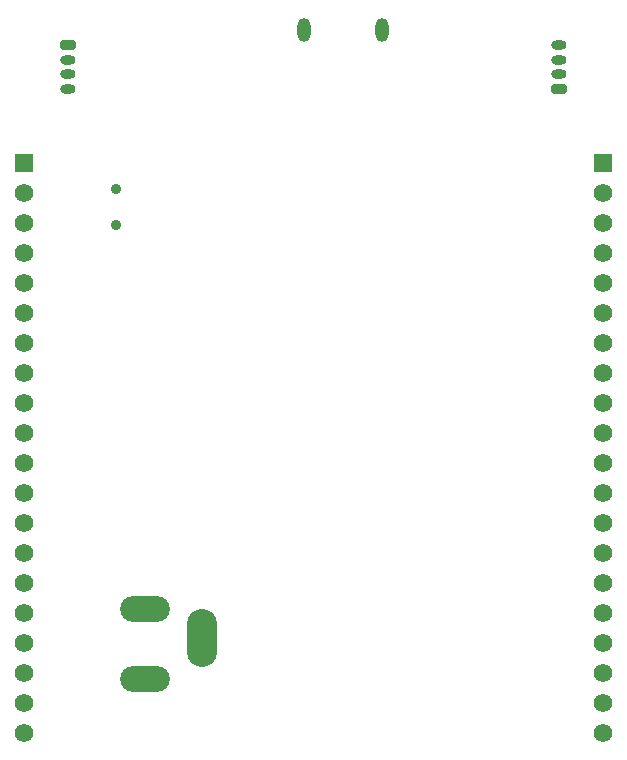
<source format=gbs>
%TF.GenerationSoftware,KiCad,Pcbnew,8.0.5*%
%TF.CreationDate,2024-11-09T23:36:57+01:00*%
%TF.ProjectId,STM32 Development Board,53544d33-3220-4446-9576-656c6f706d65,rev?*%
%TF.SameCoordinates,Original*%
%TF.FileFunction,Soldermask,Bot*%
%TF.FilePolarity,Negative*%
%FSLAX46Y46*%
G04 Gerber Fmt 4.6, Leading zero omitted, Abs format (unit mm)*
G04 Created by KiCad (PCBNEW 8.0.5) date 2024-11-09 23:36:57*
%MOMM*%
%LPD*%
G01*
G04 APERTURE LIST*
G04 Aperture macros list*
%AMRoundRect*
0 Rectangle with rounded corners*
0 $1 Rounding radius*
0 $2 $3 $4 $5 $6 $7 $8 $9 X,Y pos of 4 corners*
0 Add a 4 corners polygon primitive as box body*
4,1,4,$2,$3,$4,$5,$6,$7,$8,$9,$2,$3,0*
0 Add four circle primitives for the rounded corners*
1,1,$1+$1,$2,$3*
1,1,$1+$1,$4,$5*
1,1,$1+$1,$6,$7*
1,1,$1+$1,$8,$9*
0 Add four rect primitives between the rounded corners*
20,1,$1+$1,$2,$3,$4,$5,0*
20,1,$1+$1,$4,$5,$6,$7,0*
20,1,$1+$1,$6,$7,$8,$9,0*
20,1,$1+$1,$8,$9,$2,$3,0*%
G04 Aperture macros list end*
%ADD10O,1.104000X2.004000*%
%ADD11O,1.300000X0.800000*%
%ADD12RoundRect,0.200000X0.450000X-0.200000X0.450000X0.200000X-0.450000X0.200000X-0.450000X-0.200000X0*%
%ADD13O,2.554000X4.904000*%
%ADD14O,4.204000X2.204000*%
%ADD15RoundRect,0.102000X-0.685000X0.685000X-0.685000X-0.685000X0.685000X-0.685000X0.685000X0.685000X0*%
%ADD16C,1.574000*%
%ADD17C,0.900000*%
%ADD18RoundRect,0.200000X-0.450000X0.200000X-0.450000X-0.200000X0.450000X-0.200000X0.450000X0.200000X0*%
G04 APERTURE END LIST*
D10*
%TO.C,J2*%
X60800000Y-68000000D03*
X54200000Y-68000000D03*
%TD*%
D11*
%TO.C,J5*%
X75750000Y-69275000D03*
X75750000Y-70525000D03*
X75750000Y-71775000D03*
D12*
X75750000Y-73025000D03*
%TD*%
D13*
%TO.C,J8*%
X45550000Y-119500000D03*
D14*
X40750000Y-123000000D03*
X40750000Y-117000000D03*
%TD*%
D15*
%TO.C,J7*%
X79500000Y-79240000D03*
D16*
X79500000Y-81780000D03*
X79500000Y-84320000D03*
X79500000Y-86860000D03*
X79500000Y-89400000D03*
X79500000Y-91940000D03*
X79500000Y-94480000D03*
X79500000Y-97020000D03*
X79500000Y-99560000D03*
X79500000Y-102100000D03*
X79500000Y-104640000D03*
X79500000Y-107180000D03*
X79500000Y-109720000D03*
X79500000Y-112260000D03*
X79500000Y-114800000D03*
X79500000Y-117340000D03*
X79500000Y-119880000D03*
X79500000Y-122420000D03*
X79500000Y-124960000D03*
X79500000Y-127500000D03*
%TD*%
D15*
%TO.C,J6*%
X30500000Y-79240000D03*
D16*
X30500000Y-81780000D03*
X30500000Y-84320000D03*
X30500000Y-86860000D03*
X30500000Y-89400000D03*
X30500000Y-91940000D03*
X30500000Y-94480000D03*
X30500000Y-97020000D03*
X30500000Y-99560000D03*
X30500000Y-102100000D03*
X30500000Y-104640000D03*
X30500000Y-107180000D03*
X30500000Y-109720000D03*
X30500000Y-112260000D03*
X30500000Y-114800000D03*
X30500000Y-117340000D03*
X30500000Y-119880000D03*
X30500000Y-122420000D03*
X30500000Y-124960000D03*
X30500000Y-127500000D03*
%TD*%
D17*
%TO.C,SW1*%
X38250000Y-81500000D03*
X38250000Y-84500000D03*
%TD*%
D18*
%TO.C,J3*%
X34200000Y-69275000D03*
D11*
X34200000Y-70525000D03*
X34200000Y-71775000D03*
X34200000Y-73025000D03*
%TD*%
M02*

</source>
